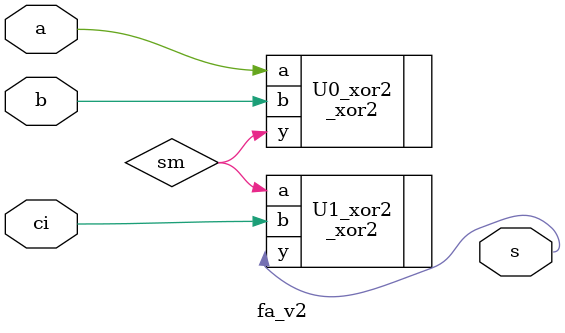
<source format=v>
module fa_v2(a,b,ci,s); // fa_v2 module
input a,b,ci; //input
output s; //co가 없음 
wire sm;
_xor2 U0_xor2(.a(a),.b(b),.y(sm));
_xor2 U1_xor2(.a(sm),.b(ci),.y(s));
//instance of xor
endmodule 
</source>
